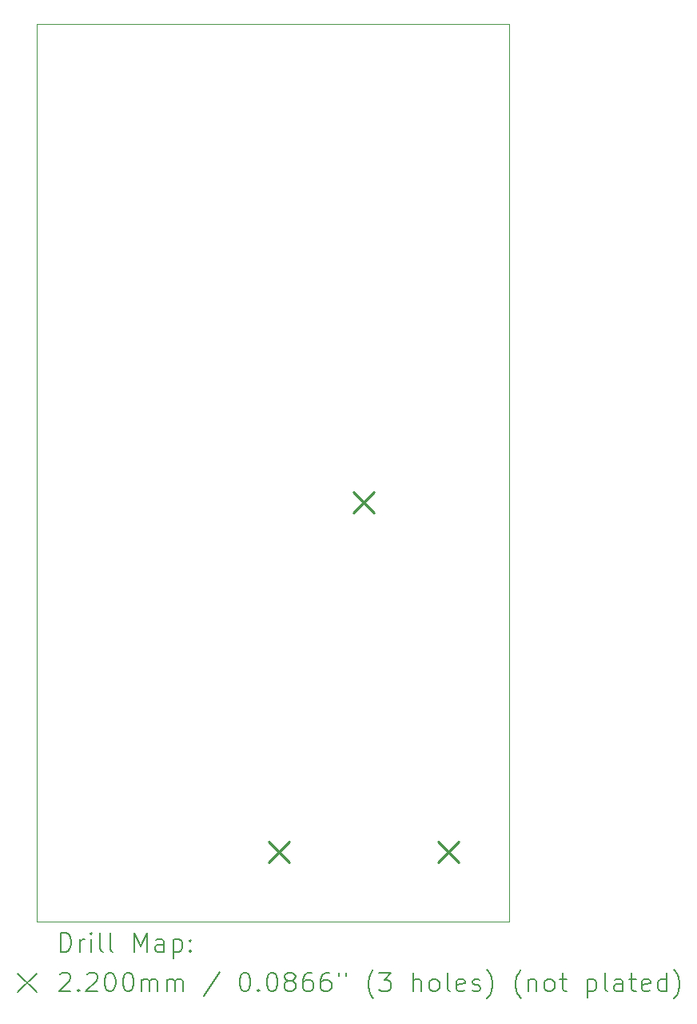
<source format=gbr>
%FSLAX45Y45*%
G04 Gerber Fmt 4.5, Leading zero omitted, Abs format (unit mm)*
G04 Created by KiCad (PCBNEW 6.0.0-d3dd2cf0fa~116~ubuntu20.04.1) date 2022-02-22 07:52:54*
%MOMM*%
%LPD*%
G01*
G04 APERTURE LIST*
%TA.AperFunction,Profile*%
%ADD10C,0.100000*%
%TD*%
%ADD11C,0.200000*%
%ADD12C,0.220000*%
G04 APERTURE END LIST*
D10*
X4300000Y-3200000D02*
X9300000Y-3200000D01*
X9300000Y-3200000D02*
X9300000Y-12700000D01*
X9300000Y-12700000D02*
X4300000Y-12700000D01*
X4300000Y-12700000D02*
X4300000Y-3200000D01*
D11*
D12*
X6750000Y-11850000D02*
X6970000Y-12070000D01*
X6970000Y-11850000D02*
X6750000Y-12070000D01*
X7650000Y-8150000D02*
X7870000Y-8370000D01*
X7870000Y-8150000D02*
X7650000Y-8370000D01*
X8550000Y-11850000D02*
X8770000Y-12070000D01*
X8770000Y-11850000D02*
X8550000Y-12070000D01*
D11*
X4552619Y-13015476D02*
X4552619Y-12815476D01*
X4600238Y-12815476D01*
X4628810Y-12825000D01*
X4647857Y-12844048D01*
X4657381Y-12863095D01*
X4666905Y-12901190D01*
X4666905Y-12929762D01*
X4657381Y-12967857D01*
X4647857Y-12986905D01*
X4628810Y-13005952D01*
X4600238Y-13015476D01*
X4552619Y-13015476D01*
X4752619Y-13015476D02*
X4752619Y-12882143D01*
X4752619Y-12920238D02*
X4762143Y-12901190D01*
X4771667Y-12891667D01*
X4790714Y-12882143D01*
X4809762Y-12882143D01*
X4876429Y-13015476D02*
X4876429Y-12882143D01*
X4876429Y-12815476D02*
X4866905Y-12825000D01*
X4876429Y-12834524D01*
X4885952Y-12825000D01*
X4876429Y-12815476D01*
X4876429Y-12834524D01*
X5000238Y-13015476D02*
X4981190Y-13005952D01*
X4971667Y-12986905D01*
X4971667Y-12815476D01*
X5105000Y-13015476D02*
X5085952Y-13005952D01*
X5076429Y-12986905D01*
X5076429Y-12815476D01*
X5333571Y-13015476D02*
X5333571Y-12815476D01*
X5400238Y-12958333D01*
X5466905Y-12815476D01*
X5466905Y-13015476D01*
X5647857Y-13015476D02*
X5647857Y-12910714D01*
X5638333Y-12891667D01*
X5619286Y-12882143D01*
X5581190Y-12882143D01*
X5562143Y-12891667D01*
X5647857Y-13005952D02*
X5628809Y-13015476D01*
X5581190Y-13015476D01*
X5562143Y-13005952D01*
X5552619Y-12986905D01*
X5552619Y-12967857D01*
X5562143Y-12948809D01*
X5581190Y-12939286D01*
X5628809Y-12939286D01*
X5647857Y-12929762D01*
X5743095Y-12882143D02*
X5743095Y-13082143D01*
X5743095Y-12891667D02*
X5762143Y-12882143D01*
X5800238Y-12882143D01*
X5819286Y-12891667D01*
X5828809Y-12901190D01*
X5838333Y-12920238D01*
X5838333Y-12977381D01*
X5828809Y-12996428D01*
X5819286Y-13005952D01*
X5800238Y-13015476D01*
X5762143Y-13015476D01*
X5743095Y-13005952D01*
X5924048Y-12996428D02*
X5933571Y-13005952D01*
X5924048Y-13015476D01*
X5914524Y-13005952D01*
X5924048Y-12996428D01*
X5924048Y-13015476D01*
X5924048Y-12891667D02*
X5933571Y-12901190D01*
X5924048Y-12910714D01*
X5914524Y-12901190D01*
X5924048Y-12891667D01*
X5924048Y-12910714D01*
X4095000Y-13245000D02*
X4295000Y-13445000D01*
X4295000Y-13245000D02*
X4095000Y-13445000D01*
X4543095Y-13254524D02*
X4552619Y-13245000D01*
X4571667Y-13235476D01*
X4619286Y-13235476D01*
X4638333Y-13245000D01*
X4647857Y-13254524D01*
X4657381Y-13273571D01*
X4657381Y-13292619D01*
X4647857Y-13321190D01*
X4533571Y-13435476D01*
X4657381Y-13435476D01*
X4743095Y-13416428D02*
X4752619Y-13425952D01*
X4743095Y-13435476D01*
X4733571Y-13425952D01*
X4743095Y-13416428D01*
X4743095Y-13435476D01*
X4828810Y-13254524D02*
X4838333Y-13245000D01*
X4857381Y-13235476D01*
X4905000Y-13235476D01*
X4924048Y-13245000D01*
X4933571Y-13254524D01*
X4943095Y-13273571D01*
X4943095Y-13292619D01*
X4933571Y-13321190D01*
X4819286Y-13435476D01*
X4943095Y-13435476D01*
X5066905Y-13235476D02*
X5085952Y-13235476D01*
X5105000Y-13245000D01*
X5114524Y-13254524D01*
X5124048Y-13273571D01*
X5133571Y-13311667D01*
X5133571Y-13359286D01*
X5124048Y-13397381D01*
X5114524Y-13416428D01*
X5105000Y-13425952D01*
X5085952Y-13435476D01*
X5066905Y-13435476D01*
X5047857Y-13425952D01*
X5038333Y-13416428D01*
X5028810Y-13397381D01*
X5019286Y-13359286D01*
X5019286Y-13311667D01*
X5028810Y-13273571D01*
X5038333Y-13254524D01*
X5047857Y-13245000D01*
X5066905Y-13235476D01*
X5257381Y-13235476D02*
X5276429Y-13235476D01*
X5295476Y-13245000D01*
X5305000Y-13254524D01*
X5314524Y-13273571D01*
X5324048Y-13311667D01*
X5324048Y-13359286D01*
X5314524Y-13397381D01*
X5305000Y-13416428D01*
X5295476Y-13425952D01*
X5276429Y-13435476D01*
X5257381Y-13435476D01*
X5238333Y-13425952D01*
X5228810Y-13416428D01*
X5219286Y-13397381D01*
X5209762Y-13359286D01*
X5209762Y-13311667D01*
X5219286Y-13273571D01*
X5228810Y-13254524D01*
X5238333Y-13245000D01*
X5257381Y-13235476D01*
X5409762Y-13435476D02*
X5409762Y-13302143D01*
X5409762Y-13321190D02*
X5419286Y-13311667D01*
X5438333Y-13302143D01*
X5466905Y-13302143D01*
X5485952Y-13311667D01*
X5495476Y-13330714D01*
X5495476Y-13435476D01*
X5495476Y-13330714D02*
X5505000Y-13311667D01*
X5524048Y-13302143D01*
X5552619Y-13302143D01*
X5571667Y-13311667D01*
X5581190Y-13330714D01*
X5581190Y-13435476D01*
X5676428Y-13435476D02*
X5676428Y-13302143D01*
X5676428Y-13321190D02*
X5685952Y-13311667D01*
X5705000Y-13302143D01*
X5733571Y-13302143D01*
X5752619Y-13311667D01*
X5762143Y-13330714D01*
X5762143Y-13435476D01*
X5762143Y-13330714D02*
X5771667Y-13311667D01*
X5790714Y-13302143D01*
X5819286Y-13302143D01*
X5838333Y-13311667D01*
X5847857Y-13330714D01*
X5847857Y-13435476D01*
X6238333Y-13225952D02*
X6066905Y-13483095D01*
X6495476Y-13235476D02*
X6514524Y-13235476D01*
X6533571Y-13245000D01*
X6543095Y-13254524D01*
X6552619Y-13273571D01*
X6562143Y-13311667D01*
X6562143Y-13359286D01*
X6552619Y-13397381D01*
X6543095Y-13416428D01*
X6533571Y-13425952D01*
X6514524Y-13435476D01*
X6495476Y-13435476D01*
X6476428Y-13425952D01*
X6466905Y-13416428D01*
X6457381Y-13397381D01*
X6447857Y-13359286D01*
X6447857Y-13311667D01*
X6457381Y-13273571D01*
X6466905Y-13254524D01*
X6476428Y-13245000D01*
X6495476Y-13235476D01*
X6647857Y-13416428D02*
X6657381Y-13425952D01*
X6647857Y-13435476D01*
X6638333Y-13425952D01*
X6647857Y-13416428D01*
X6647857Y-13435476D01*
X6781190Y-13235476D02*
X6800238Y-13235476D01*
X6819286Y-13245000D01*
X6828809Y-13254524D01*
X6838333Y-13273571D01*
X6847857Y-13311667D01*
X6847857Y-13359286D01*
X6838333Y-13397381D01*
X6828809Y-13416428D01*
X6819286Y-13425952D01*
X6800238Y-13435476D01*
X6781190Y-13435476D01*
X6762143Y-13425952D01*
X6752619Y-13416428D01*
X6743095Y-13397381D01*
X6733571Y-13359286D01*
X6733571Y-13311667D01*
X6743095Y-13273571D01*
X6752619Y-13254524D01*
X6762143Y-13245000D01*
X6781190Y-13235476D01*
X6962143Y-13321190D02*
X6943095Y-13311667D01*
X6933571Y-13302143D01*
X6924048Y-13283095D01*
X6924048Y-13273571D01*
X6933571Y-13254524D01*
X6943095Y-13245000D01*
X6962143Y-13235476D01*
X7000238Y-13235476D01*
X7019286Y-13245000D01*
X7028809Y-13254524D01*
X7038333Y-13273571D01*
X7038333Y-13283095D01*
X7028809Y-13302143D01*
X7019286Y-13311667D01*
X7000238Y-13321190D01*
X6962143Y-13321190D01*
X6943095Y-13330714D01*
X6933571Y-13340238D01*
X6924048Y-13359286D01*
X6924048Y-13397381D01*
X6933571Y-13416428D01*
X6943095Y-13425952D01*
X6962143Y-13435476D01*
X7000238Y-13435476D01*
X7019286Y-13425952D01*
X7028809Y-13416428D01*
X7038333Y-13397381D01*
X7038333Y-13359286D01*
X7028809Y-13340238D01*
X7019286Y-13330714D01*
X7000238Y-13321190D01*
X7209762Y-13235476D02*
X7171667Y-13235476D01*
X7152619Y-13245000D01*
X7143095Y-13254524D01*
X7124048Y-13283095D01*
X7114524Y-13321190D01*
X7114524Y-13397381D01*
X7124048Y-13416428D01*
X7133571Y-13425952D01*
X7152619Y-13435476D01*
X7190714Y-13435476D01*
X7209762Y-13425952D01*
X7219286Y-13416428D01*
X7228809Y-13397381D01*
X7228809Y-13349762D01*
X7219286Y-13330714D01*
X7209762Y-13321190D01*
X7190714Y-13311667D01*
X7152619Y-13311667D01*
X7133571Y-13321190D01*
X7124048Y-13330714D01*
X7114524Y-13349762D01*
X7400238Y-13235476D02*
X7362143Y-13235476D01*
X7343095Y-13245000D01*
X7333571Y-13254524D01*
X7314524Y-13283095D01*
X7305000Y-13321190D01*
X7305000Y-13397381D01*
X7314524Y-13416428D01*
X7324048Y-13425952D01*
X7343095Y-13435476D01*
X7381190Y-13435476D01*
X7400238Y-13425952D01*
X7409762Y-13416428D01*
X7419286Y-13397381D01*
X7419286Y-13349762D01*
X7409762Y-13330714D01*
X7400238Y-13321190D01*
X7381190Y-13311667D01*
X7343095Y-13311667D01*
X7324048Y-13321190D01*
X7314524Y-13330714D01*
X7305000Y-13349762D01*
X7495476Y-13235476D02*
X7495476Y-13273571D01*
X7571667Y-13235476D02*
X7571667Y-13273571D01*
X7866905Y-13511667D02*
X7857381Y-13502143D01*
X7838333Y-13473571D01*
X7828809Y-13454524D01*
X7819286Y-13425952D01*
X7809762Y-13378333D01*
X7809762Y-13340238D01*
X7819286Y-13292619D01*
X7828809Y-13264048D01*
X7838333Y-13245000D01*
X7857381Y-13216428D01*
X7866905Y-13206905D01*
X7924048Y-13235476D02*
X8047857Y-13235476D01*
X7981190Y-13311667D01*
X8009762Y-13311667D01*
X8028809Y-13321190D01*
X8038333Y-13330714D01*
X8047857Y-13349762D01*
X8047857Y-13397381D01*
X8038333Y-13416428D01*
X8028809Y-13425952D01*
X8009762Y-13435476D01*
X7952619Y-13435476D01*
X7933571Y-13425952D01*
X7924048Y-13416428D01*
X8285952Y-13435476D02*
X8285952Y-13235476D01*
X8371667Y-13435476D02*
X8371667Y-13330714D01*
X8362143Y-13311667D01*
X8343095Y-13302143D01*
X8314524Y-13302143D01*
X8295476Y-13311667D01*
X8285952Y-13321190D01*
X8495476Y-13435476D02*
X8476429Y-13425952D01*
X8466905Y-13416428D01*
X8457381Y-13397381D01*
X8457381Y-13340238D01*
X8466905Y-13321190D01*
X8476429Y-13311667D01*
X8495476Y-13302143D01*
X8524048Y-13302143D01*
X8543095Y-13311667D01*
X8552619Y-13321190D01*
X8562143Y-13340238D01*
X8562143Y-13397381D01*
X8552619Y-13416428D01*
X8543095Y-13425952D01*
X8524048Y-13435476D01*
X8495476Y-13435476D01*
X8676429Y-13435476D02*
X8657381Y-13425952D01*
X8647857Y-13406905D01*
X8647857Y-13235476D01*
X8828810Y-13425952D02*
X8809762Y-13435476D01*
X8771667Y-13435476D01*
X8752619Y-13425952D01*
X8743095Y-13406905D01*
X8743095Y-13330714D01*
X8752619Y-13311667D01*
X8771667Y-13302143D01*
X8809762Y-13302143D01*
X8828810Y-13311667D01*
X8838333Y-13330714D01*
X8838333Y-13349762D01*
X8743095Y-13368809D01*
X8914524Y-13425952D02*
X8933571Y-13435476D01*
X8971667Y-13435476D01*
X8990714Y-13425952D01*
X9000238Y-13406905D01*
X9000238Y-13397381D01*
X8990714Y-13378333D01*
X8971667Y-13368809D01*
X8943095Y-13368809D01*
X8924048Y-13359286D01*
X8914524Y-13340238D01*
X8914524Y-13330714D01*
X8924048Y-13311667D01*
X8943095Y-13302143D01*
X8971667Y-13302143D01*
X8990714Y-13311667D01*
X9066905Y-13511667D02*
X9076429Y-13502143D01*
X9095476Y-13473571D01*
X9105000Y-13454524D01*
X9114524Y-13425952D01*
X9124048Y-13378333D01*
X9124048Y-13340238D01*
X9114524Y-13292619D01*
X9105000Y-13264048D01*
X9095476Y-13245000D01*
X9076429Y-13216428D01*
X9066905Y-13206905D01*
X9428810Y-13511667D02*
X9419286Y-13502143D01*
X9400238Y-13473571D01*
X9390714Y-13454524D01*
X9381190Y-13425952D01*
X9371667Y-13378333D01*
X9371667Y-13340238D01*
X9381190Y-13292619D01*
X9390714Y-13264048D01*
X9400238Y-13245000D01*
X9419286Y-13216428D01*
X9428810Y-13206905D01*
X9505000Y-13302143D02*
X9505000Y-13435476D01*
X9505000Y-13321190D02*
X9514524Y-13311667D01*
X9533571Y-13302143D01*
X9562143Y-13302143D01*
X9581190Y-13311667D01*
X9590714Y-13330714D01*
X9590714Y-13435476D01*
X9714524Y-13435476D02*
X9695476Y-13425952D01*
X9685952Y-13416428D01*
X9676429Y-13397381D01*
X9676429Y-13340238D01*
X9685952Y-13321190D01*
X9695476Y-13311667D01*
X9714524Y-13302143D01*
X9743095Y-13302143D01*
X9762143Y-13311667D01*
X9771667Y-13321190D01*
X9781190Y-13340238D01*
X9781190Y-13397381D01*
X9771667Y-13416428D01*
X9762143Y-13425952D01*
X9743095Y-13435476D01*
X9714524Y-13435476D01*
X9838333Y-13302143D02*
X9914524Y-13302143D01*
X9866905Y-13235476D02*
X9866905Y-13406905D01*
X9876429Y-13425952D01*
X9895476Y-13435476D01*
X9914524Y-13435476D01*
X10133571Y-13302143D02*
X10133571Y-13502143D01*
X10133571Y-13311667D02*
X10152619Y-13302143D01*
X10190714Y-13302143D01*
X10209762Y-13311667D01*
X10219286Y-13321190D01*
X10228810Y-13340238D01*
X10228810Y-13397381D01*
X10219286Y-13416428D01*
X10209762Y-13425952D01*
X10190714Y-13435476D01*
X10152619Y-13435476D01*
X10133571Y-13425952D01*
X10343095Y-13435476D02*
X10324048Y-13425952D01*
X10314524Y-13406905D01*
X10314524Y-13235476D01*
X10505000Y-13435476D02*
X10505000Y-13330714D01*
X10495476Y-13311667D01*
X10476429Y-13302143D01*
X10438333Y-13302143D01*
X10419286Y-13311667D01*
X10505000Y-13425952D02*
X10485952Y-13435476D01*
X10438333Y-13435476D01*
X10419286Y-13425952D01*
X10409762Y-13406905D01*
X10409762Y-13387857D01*
X10419286Y-13368809D01*
X10438333Y-13359286D01*
X10485952Y-13359286D01*
X10505000Y-13349762D01*
X10571667Y-13302143D02*
X10647857Y-13302143D01*
X10600238Y-13235476D02*
X10600238Y-13406905D01*
X10609762Y-13425952D01*
X10628810Y-13435476D01*
X10647857Y-13435476D01*
X10790714Y-13425952D02*
X10771667Y-13435476D01*
X10733571Y-13435476D01*
X10714524Y-13425952D01*
X10705000Y-13406905D01*
X10705000Y-13330714D01*
X10714524Y-13311667D01*
X10733571Y-13302143D01*
X10771667Y-13302143D01*
X10790714Y-13311667D01*
X10800238Y-13330714D01*
X10800238Y-13349762D01*
X10705000Y-13368809D01*
X10971667Y-13435476D02*
X10971667Y-13235476D01*
X10971667Y-13425952D02*
X10952619Y-13435476D01*
X10914524Y-13435476D01*
X10895476Y-13425952D01*
X10885952Y-13416428D01*
X10876429Y-13397381D01*
X10876429Y-13340238D01*
X10885952Y-13321190D01*
X10895476Y-13311667D01*
X10914524Y-13302143D01*
X10952619Y-13302143D01*
X10971667Y-13311667D01*
X11047857Y-13511667D02*
X11057381Y-13502143D01*
X11076429Y-13473571D01*
X11085952Y-13454524D01*
X11095476Y-13425952D01*
X11105000Y-13378333D01*
X11105000Y-13340238D01*
X11095476Y-13292619D01*
X11085952Y-13264048D01*
X11076429Y-13245000D01*
X11057381Y-13216428D01*
X11047857Y-13206905D01*
M02*

</source>
